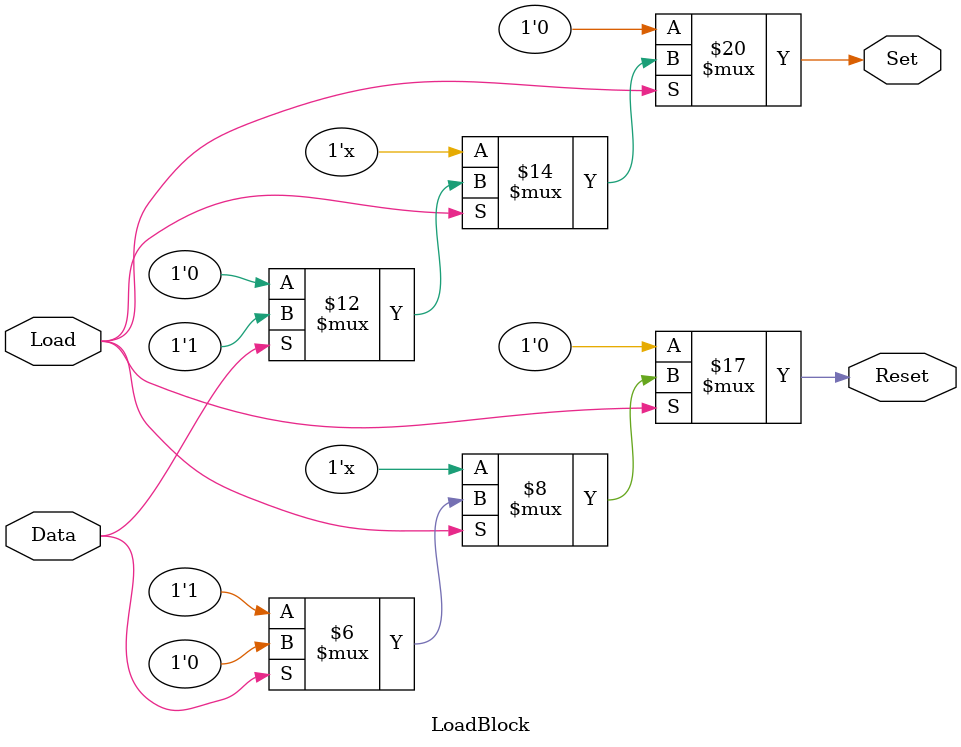
<source format=v>
module LoadBlock(Load, Data, Set, Reset);
  input Load;
  input Data;
  output reg Set;
  output reg Reset;
  
  
always @(Load or Data) begin 
  if (Load == 1)
  begin
    if (Data == 1)
    begin
      Set = 1;
      Reset = 0;
    end
    else
    begin
      Set = 0;
      Reset = 1;
    end 
  end
  
  else
    begin
      Set = 0;
      Reset = 0;
    end
  
end
    
    
endmodule  

</source>
